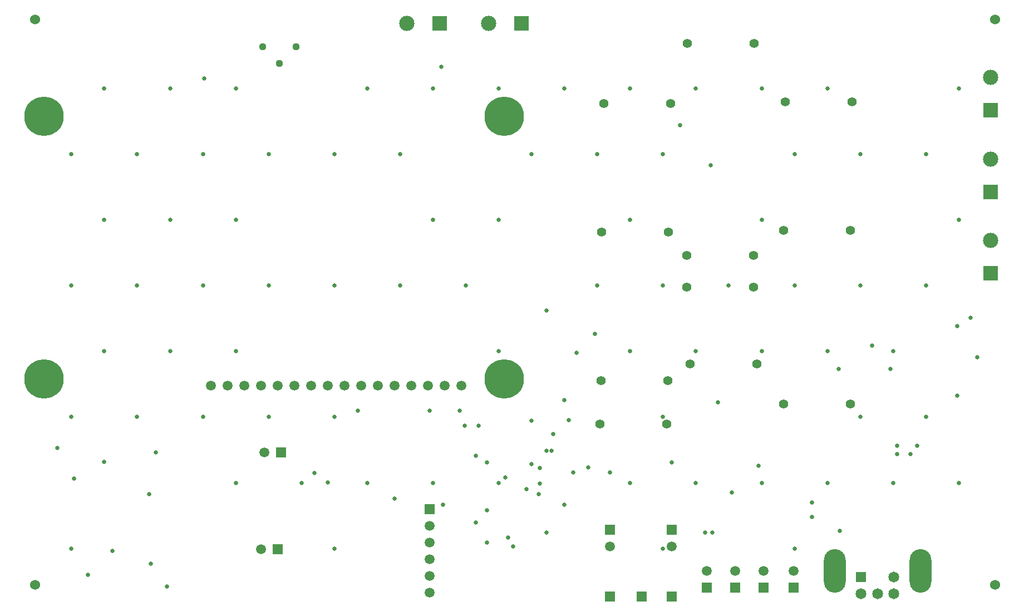
<source format=gbr>
%TF.GenerationSoftware,Altium Limited,Altium Designer,22.7.1 (60)*%
G04 Layer_Color=16711935*
%FSLAX43Y43*%
%MOMM*%
%TF.SameCoordinates,2ABDD118-431D-4485-972F-9944B14BA474*%
%TF.FilePolarity,Negative*%
%TF.FileFunction,Soldermask,Bot*%
%TF.Part,Single*%
G01*
G75*
%TA.AperFunction,ComponentPad*%
%ADD32O,3.316X6.632*%
%ADD33C,1.650*%
%ADD34R,1.650X1.650*%
%ADD35C,1.120*%
%ADD36C,1.500*%
%ADD37C,6.000*%
%ADD38R,1.500X1.500*%
%ADD39C,2.325*%
%ADD40R,2.325X2.325*%
%ADD41R,2.325X2.325*%
%ADD42R,1.500X1.500*%
%ADD43C,1.400*%
%TA.AperFunction,ViaPad*%
%ADD44C,1.524*%
%ADD45C,0.650*%
D32*
X139192Y6616D02*
D03*
X126092D02*
D03*
D33*
X135142Y5616D02*
D03*
X132642Y3116D02*
D03*
X135142D02*
D03*
X130142D02*
D03*
D34*
Y5616D02*
D03*
D35*
X39124Y86386D02*
D03*
X41664Y83846D02*
D03*
X44204Y86386D02*
D03*
D36*
X69342Y34798D02*
D03*
X66802D02*
D03*
X64262D02*
D03*
X61722D02*
D03*
X59182D02*
D03*
X56642D02*
D03*
X54102D02*
D03*
X51562D02*
D03*
X49022D02*
D03*
X46482D02*
D03*
X43942D02*
D03*
X41402D02*
D03*
X38862D02*
D03*
X36322D02*
D03*
X33782D02*
D03*
X31242D02*
D03*
X101346Y10333D02*
D03*
X91948Y10333D02*
D03*
X38862Y9906D02*
D03*
X39370Y24638D02*
D03*
X64516Y3302D02*
D03*
Y5842D02*
D03*
Y8382D02*
D03*
Y10922D02*
D03*
Y13462D02*
D03*
X119888Y6616D02*
D03*
X115316D02*
D03*
X110998D02*
D03*
X106680D02*
D03*
D37*
X75842Y35798D02*
D03*
Y75798D02*
D03*
X5842D02*
D03*
Y35798D02*
D03*
D38*
X91948Y2713D02*
D03*
X41402Y9906D02*
D03*
X41910Y24638D02*
D03*
X101346Y2713D02*
D03*
X96774Y2725D02*
D03*
D39*
X149860Y56896D02*
D03*
Y69262D02*
D03*
Y81708D02*
D03*
X73486Y89916D02*
D03*
X61040Y89916D02*
D03*
D40*
X149860Y51896D02*
D03*
Y64262D02*
D03*
Y76708D02*
D03*
D41*
X78486Y89916D02*
D03*
X66040Y89916D02*
D03*
D42*
X101346Y12873D02*
D03*
X91948Y12873D02*
D03*
X64516Y16002D02*
D03*
X119888Y4076D02*
D03*
X115316D02*
D03*
X110998D02*
D03*
X106680D02*
D03*
D43*
X128778Y77978D02*
D03*
X118618D02*
D03*
X113854Y86868D02*
D03*
X103694D02*
D03*
X101154Y77724D02*
D03*
X90994D02*
D03*
X118364Y32004D02*
D03*
X128524D02*
D03*
X104140Y38100D02*
D03*
X114300D02*
D03*
X100722Y35560D02*
D03*
X90562D02*
D03*
X90424Y28956D02*
D03*
X100584D02*
D03*
X128524Y58420D02*
D03*
X118364D02*
D03*
X100838Y58166D02*
D03*
X90678D02*
D03*
X113792Y54610D02*
D03*
X103632D02*
D03*
Y49784D02*
D03*
X113792D02*
D03*
D44*
X4500Y4500D02*
D03*
X150500D02*
D03*
Y90500D02*
D03*
X4500D02*
D03*
D45*
X66294Y83312D02*
D03*
X83057Y24834D02*
D03*
X83312Y27391D02*
D03*
X30226Y81534D02*
D03*
X49022Y20066D02*
D03*
X145000Y80000D02*
D03*
X140000Y70000D02*
D03*
X145000Y60000D02*
D03*
X140000Y50000D02*
D03*
Y30000D02*
D03*
X145000Y20000D02*
D03*
X130000Y70000D02*
D03*
Y50000D02*
D03*
X135000Y40000D02*
D03*
X130000Y30000D02*
D03*
X135000Y20000D02*
D03*
X125000Y80000D02*
D03*
X120000Y70000D02*
D03*
Y50000D02*
D03*
X125000Y40000D02*
D03*
Y20000D02*
D03*
X120000Y10000D02*
D03*
X115000Y80000D02*
D03*
Y60000D02*
D03*
X110000Y50000D02*
D03*
X115000Y40000D02*
D03*
Y20000D02*
D03*
X105000Y80000D02*
D03*
X100000Y70000D02*
D03*
Y50000D02*
D03*
X105000Y40000D02*
D03*
X100000Y30000D02*
D03*
X105000Y20000D02*
D03*
X100000Y10000D02*
D03*
X95000Y80000D02*
D03*
X90000Y70000D02*
D03*
X95000Y60000D02*
D03*
X90000Y50000D02*
D03*
X95000Y40000D02*
D03*
Y20000D02*
D03*
X85000Y80000D02*
D03*
X80000Y70000D02*
D03*
X75000Y80000D02*
D03*
Y60000D02*
D03*
X70000Y50000D02*
D03*
X75000Y40000D02*
D03*
Y20000D02*
D03*
X65000Y80000D02*
D03*
X60000Y70000D02*
D03*
X65000Y60000D02*
D03*
X60000Y50000D02*
D03*
X65000Y20000D02*
D03*
X55000Y80000D02*
D03*
X50000Y70000D02*
D03*
Y50000D02*
D03*
Y30000D02*
D03*
X55000Y20000D02*
D03*
X50000Y10000D02*
D03*
X40000Y70000D02*
D03*
Y50000D02*
D03*
Y30000D02*
D03*
X45000Y20000D02*
D03*
X35000Y80000D02*
D03*
X30000Y70000D02*
D03*
X35000Y60000D02*
D03*
X30000Y50000D02*
D03*
X35000Y40000D02*
D03*
X30000Y30000D02*
D03*
X35000Y20000D02*
D03*
X25000Y80000D02*
D03*
X20000Y70000D02*
D03*
X25000Y60000D02*
D03*
X20000Y50000D02*
D03*
X25000Y40000D02*
D03*
X20000Y30000D02*
D03*
X15000Y80000D02*
D03*
X10000Y70000D02*
D03*
X15000Y60000D02*
D03*
X10000Y50000D02*
D03*
X15000Y40000D02*
D03*
X10000Y30000D02*
D03*
Y10000D02*
D03*
X46990Y21450D02*
D03*
X122682Y14817D02*
D03*
X101346Y23114D02*
D03*
X24521Y4215D02*
D03*
X126854Y12700D02*
D03*
X122682Y17008D02*
D03*
X76032Y20828D02*
D03*
X53594Y30988D02*
D03*
X86868Y39814D02*
D03*
X89662Y42672D02*
D03*
X69088Y30988D02*
D03*
X64516D02*
D03*
X73216Y23114D02*
D03*
X82232Y46228D02*
D03*
X88646Y22352D02*
D03*
X59182Y17636D02*
D03*
X79248Y19050D02*
D03*
X82232Y24834D02*
D03*
X85007Y32608D02*
D03*
X85657Y29528D02*
D03*
X80010Y29464D02*
D03*
X71516Y24130D02*
D03*
X82296Y12446D02*
D03*
X76416Y11684D02*
D03*
X81216Y19900D02*
D03*
X81107Y18250D02*
D03*
X85007Y16650D02*
D03*
X114554Y22606D02*
D03*
X91891Y21590D02*
D03*
X110490Y18542D02*
D03*
X71916Y28702D02*
D03*
X69865D02*
D03*
X86360Y21590D02*
D03*
X107499Y12446D02*
D03*
X106426D02*
D03*
X102616Y74398D02*
D03*
X131826Y40896D02*
D03*
X108331Y32258D02*
D03*
X107250Y68326D02*
D03*
X73216Y10936D02*
D03*
X71516Y13934D02*
D03*
X73177Y15825D02*
D03*
X77216Y10333D02*
D03*
X66548Y16650D02*
D03*
X146812Y45085D02*
D03*
X147828Y39116D02*
D03*
X144780Y43815D02*
D03*
Y33274D02*
D03*
X126746Y37338D02*
D03*
X134620D02*
D03*
X138684Y25654D02*
D03*
X137668Y24384D02*
D03*
X135636Y25654D02*
D03*
Y24384D02*
D03*
X80010Y22860D02*
D03*
X81216Y22250D02*
D03*
X7874Y25295D02*
D03*
X21844Y18288D02*
D03*
X10414Y20631D02*
D03*
X22860Y24660D02*
D03*
X14986Y23160D02*
D03*
X12468Y6015D02*
D03*
X16256Y9652D02*
D03*
X22098Y7666D02*
D03*
%TF.MD5,4497a6989c0dec53447fb5d9f8ce1a65*%
M02*

</source>
